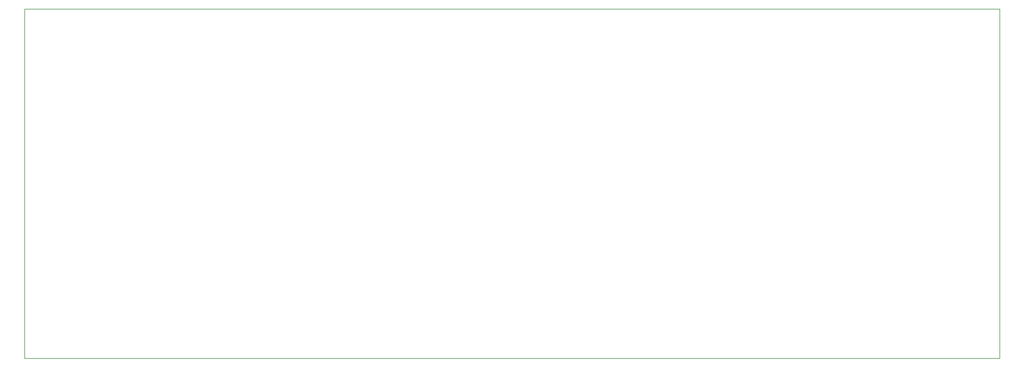
<source format=gbr>
G04 #@! TF.GenerationSoftware,KiCad,Pcbnew,5.1.5-52549c5~84~ubuntu18.04.1*
G04 #@! TF.CreationDate,2020-06-07T21:39:53-07:00*
G04 #@! TF.ProjectId,debugger,64656275-6767-4657-922e-6b696361645f,rev?*
G04 #@! TF.SameCoordinates,Original*
G04 #@! TF.FileFunction,Profile,NP*
%FSLAX46Y46*%
G04 Gerber Fmt 4.6, Leading zero omitted, Abs format (unit mm)*
G04 Created by KiCad (PCBNEW 5.1.5-52549c5~84~ubuntu18.04.1) date 2020-06-07 21:39:53*
%MOMM*%
%LPD*%
G04 APERTURE LIST*
%ADD10C,0.050000*%
G04 APERTURE END LIST*
D10*
X228600000Y-80010000D02*
X80010000Y-80010000D01*
X80010000Y-133350000D02*
X80010000Y-80010000D01*
X228600000Y-133350000D02*
X228600000Y-80010000D01*
X80010000Y-133350000D02*
X228600000Y-133350000D01*
M02*

</source>
